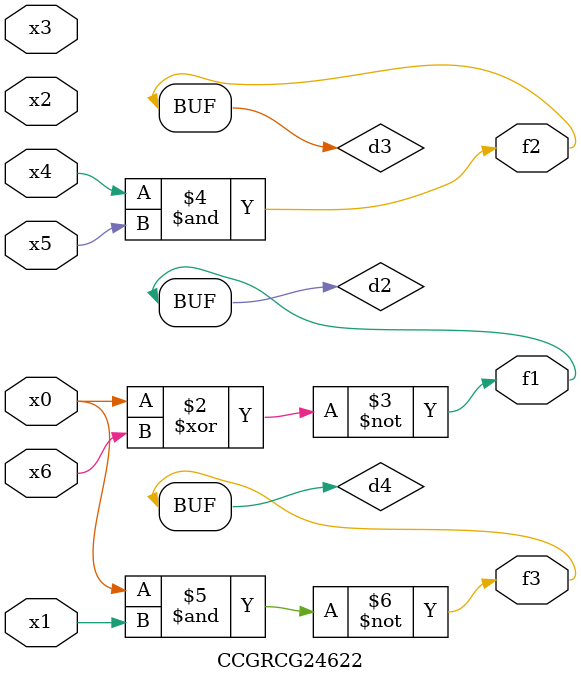
<source format=v>
module CCGRCG24622(
	input x0, x1, x2, x3, x4, x5, x6,
	output f1, f2, f3
);

	wire d1, d2, d3, d4;

	nor (d1, x0);
	xnor (d2, x0, x6);
	and (d3, x4, x5);
	nand (d4, x0, x1);
	assign f1 = d2;
	assign f2 = d3;
	assign f3 = d4;
endmodule

</source>
